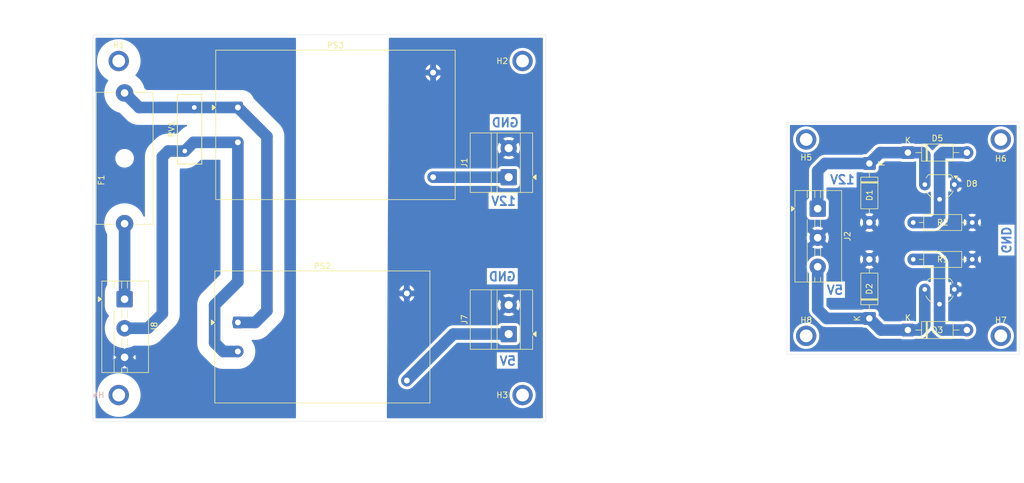
<source format=kicad_pcb>
(kicad_pcb (version 20241229) (generator "pcbnew") (generator_version "9.0")
  (layers (0 "F.Cu" signal) (2 "B.Cu" signal) (13 "F.Paste" user) (15 "B.Paste" user) (5 "F.SilkS" user "F.Silkscreen") (7 "B.SilkS" user "B.Silkscreen") (1 "F.Mask" user) (3 "B.Mask" user) (25 "Edge.Cuts" user))
  (net 0 "")
  (net 1 "+12V")
  (net 2 "GND")
  (net 3 "+5V")
  (net 4 "Net-(PS2-AC{slash}L)")
  (net 5 "Net-(J8-Pin_1)")
  (net 6 "Earth")
  (net 7 "Net-(J8-Pin_2)")
  (net 12 "Net-(D3-A)")
  (net 13 "Net-(D5-A)")
  (footprint "MountingHole:MountingHole_2.2mm_M2_ISO7380_Pad" (layer "F.Cu") (at 189 113)
    (property "Reference" "H7" (at 0 -2.7 0) (layer "F.SilkS"))
    (property "Value" "MountingHole_2.2mm_M2_ISO7380_Pad" (hide yes))
    (pad "1" thru_hole circle (at 0 0) (size 3.5 3.5) (drill 2.2) (layers "*.Cu" "*.Mask"))
  )
  (footprint "Converter_ACDC:Converter_ACDC_Hi-Link_HLK-PMxx" (layer "F.Cu") (at 57.68 110.69)
    (property "Reference" "PS2" (at 14.54 -9.7 0) (layer "F.SilkS"))
    (property "Value" "HLK-PM01")
    (fp_line (start -3.97 -8.86) (end 33.05 -8.86) (stroke (width 0.12)) (layer "F.SilkS"))
    (fp_line (start -3.97 -0.296) (end -3.97 -8.86) (stroke (width 0.12)) (layer "F.SilkS"))
    (fp_line (start -3.97 13.86) (end -3.97 0.296) (stroke (width 0.12)) (layer "F.SilkS"))
    (fp_line (start 33.05 -8.86) (end 33.05 13.86) (stroke (width 0.12)) (layer "F.SilkS"))
    (fp_line (start 33.05 13.86) (end -3.97 13.86) (stroke (width 0.12)) (layer "F.SilkS"))
    (fp_poly (pts (xy -3.97 0) (xy -4.58 0.44) (xy -4.58 -0.44)) (stroke (width 0.12)) (fill yes) (layer "F.SilkS"))
    (pad "1" thru_hole roundrect (at 0 0) (size 1.7 2) (drill 1) (layers "*.Cu" "*.Mask") (roundrect_rratio 0.147059) (net 4 "Net-(PS2-AC{slash}L)"))
    (pad "2" thru_hole oval (at 0 5) (size 1.7 2) (drill 1) (layers "*.Cu" "*.Mask") (net 7 "Net-(J8-Pin_2)"))
    (pad "3" thru_hole oval (at 29.08 -5) (size 1.7 2) (drill 1) (layers "*.Cu" "*.Mask") (net 2 "GND"))
    (pad "4" thru_hole oval (at 29.08 10) (size 1.7 2) (drill 1) (layers "*.Cu" "*.Mask") (net 3 "+5V"))
  )
  (footprint "Diode_THT:D_DO-41_SOD81_P10.16mm_Horizontal" (layer "F.Cu") (at 166.37 110 90)
    (property "Reference" "D2" (at 5.08 0 90) (layer "F.SilkS"))
    (property "Value" "1N4007")
    (fp_line (start 3.38 -1.47) (end 3.38 1.47) (stroke (width 0.12)) (layer "F.SilkS"))
    (fp_line (start 3.26 -1.47) (end 3.26 1.47) (stroke (width 0.12)) (layer "F.SilkS"))
    (fp_line (start 3.14 -1.47) (end 3.14 1.47) (stroke (width 0.12)) (layer "F.SilkS"))
    (fp_line (start 8.82 0) (end 7.8 0) (stroke (width 0.12)) (layer "F.SilkS"))
    (fp_line (start 1.34 0) (end 2.36 0) (stroke (width 0.12)) (layer "F.SilkS"))
    (fp_rect (start 2.36 -1.47) (end 7.8 1.47) (stroke (width 0.12)) (fill no) (layer "F.SilkS"))
    (fp_text user "K" (at 0 -2.1 90) (layer "F.SilkS"))
    (pad "1" thru_hole roundrect (at 0 0 90) (size 2.2 2.2) (drill 1.1) (layers "*.Cu" "*.Mask") (roundrect_rratio 0.113636) (net 3 "+5V"))
    (pad "2" thru_hole circle (at 10.16 0 90) (size 2.2 2.2) (drill 1.1) (layers "*.Cu" "*.Mask") (net 2 "GND"))
  )
  (footprint "Package_TO_SOT_THT:TO-92L_Wide" (layer "F.Cu") (at 181 86.96 180)
    (property "Reference" "D8" (at -3 0.15 0) (layer "F.SilkS"))
    (property "Value" "Q_SCR_KGA")
    (fp_line (start 0.6 1.7) (end 4.45 1.7) (stroke (width 0.12)) (layer "F.SilkS"))
    (fp_arc (start 4.842383 1.112264) (mid 4.666594 1.419753) (end 4.45 1.7) (stroke (width 0.12)) (layer "F.SilkS"))
    (fp_arc (start 3.6 -2.35) (mid 4.351408 -1.834367) (end 4.876463 -1.089513) (stroke (width 0.12)) (layer "F.SilkS"))
    (fp_arc (start 0.6 1.7) (mid 0.389183 1.423933) (end 0.217369 1.122045) (stroke (width 0.12)) (layer "F.SilkS"))
    (fp_arc (start 0.192226 -1.094786) (mid 0.710119 -1.833613) (end 1.45 -2.35) (stroke (width 0.12)) (layer "F.SilkS"))
    (fp_poly (pts (xy -0.25 1.02) (xy 0.09 1.49) (xy -0.59 1.49)) (stroke (width 0.12)) (fill yes) (layer "F.SilkS"))
    (pad "1" thru_hole roundrect (at 0 0 180) (size 1.5 1.5) (drill 0.8) (layers "*.Cu" "*.Mask") (roundrect_rratio 0.1666666667) (net 2 "GND"))
    (pad "2" thru_hole circle (at 2.54 -2.54 180) (size 1.5 1.5) (drill 0.8) (layers "*.Cu" "*.Mask") (net 13 "Net-(D5-A)"))
    (pad "3" thru_hole circle (at 5.08 0 180) (size 1.5 1.5) (drill 0.8) (layers "*.Cu" "*.Mask") (net 1 "+12V"))
  )
  (footprint "Resistor_THT:R_Axial_DIN0207_L6.3mm_D2.5mm_P10.16mm_Horizontal" (layer "F.Cu") (at 173.92 99.84)
    (property "Reference" "R1" (at 5.08 0 0) (layer "F.SilkS"))
    (property "Value" "100")
    (fp_line (start 1.04 0) (end 1.81 0) (stroke (width 0.12)) (layer "F.SilkS"))
    (fp_line (start 9.12 0) (end 8.35 0) (stroke (width 0.12)) (layer "F.SilkS"))
    (fp_rect (start 1.81 -1.37) (end 8.35 1.37) (stroke (width 0.12)) (fill no) (layer "F.SilkS"))
    (pad "1" thru_hole circle (at 0 0) (size 2 2) (drill 0.8) (layers "*.Cu" "*.Mask") (net 12 "Net-(D3-A)"))
    (pad "2" thru_hole circle (at 10.16 0) (size 2 2) (drill 0.8) (layers "*.Cu" "*.Mask") (net 2 "GND"))
  )
  (footprint "TerminalBlock_MetzConnect:TerminalBlock_MetzConnect_Type011_RT05502HBLC_1x02_P5.00mm_Horizontal" (layer "F.Cu") (at 104.2975 85.69 90)
    (property "Reference" "J1" (at 2.5 -7.62 90) (layer "F.SilkS"))
    (property "Value" "Terminal_01x02")
    (fp_line (start 7.62 -6.62) (end 7.62 4.12) (stroke (width 0.12)) (layer "F.SilkS"))
    (fp_line (start -2.62 -6.62) (end 7.62 -6.62) (stroke (width 0.12)) (layer "F.SilkS"))
    (fp_line (start -2.62 -3) (end 7.62 -3) (stroke (width 0.12)) (layer "F.SilkS"))
    (fp_line (start -2.62 -2) (end 7.62 -2) (stroke (width 0.12)) (layer "F.SilkS"))
    (fp_line (start -2.62 2) (end 7.62 2) (stroke (width 0.12)) (layer "F.SilkS"))
    (fp_line (start 7.62 4.12) (end 0.3 4.12) (stroke (width 0.12)) (layer "F.SilkS"))
    (fp_line (start -0.3 4.12) (end -2.62 4.12) (stroke (width 0.12)) (layer "F.SilkS"))
    (fp_line (start -2.62 4.12) (end -2.62 -6.62) (stroke (width 0.12)) (layer "F.SilkS"))
    (fp_poly (pts (xy 0 4.12) (xy 0.44 4.73) (xy -0.44 4.73)) (stroke (width 0.12)) (fill yes) (layer "F.SilkS"))
    (pad "1" thru_hole roundrect (at 0 0 90) (size 2.8 2.8) (drill 1.4) (layers "*.Cu" "*.Mask") (roundrect_rratio 0.089286) (net 1 "+12V"))
    (pad "2" thru_hole circle (at 5 0 90) (size 2.8 2.8) (drill 1.4) (layers "*.Cu" "*.Mask") (net 2 "GND"))
  )
  (footprint "Diode_THT:D_DO-41_SOD81_P10.16mm_Horizontal" (layer "F.Cu") (at 173 112)
    (property "Reference" "D3" (at 5.08 0 0) (layer "F.SilkS"))
    (property "Value" "4.7V")
    (fp_line (start 1.34 0) (end 2.36 0) (stroke (width 0.12)) (layer "F.SilkS"))
    (fp_line (start 3.14 -1.47) (end 3.14 1.47) (stroke (width 0.12)) (layer "F.SilkS"))
    (fp_line (start 3.26 -1.47) (end 3.26 1.47) (stroke (width 0.12)) (layer "F.SilkS"))
    (fp_line (start 3.38 -1.47) (end 3.38 1.47) (stroke (width 0.12)) (layer "F.SilkS"))
    (fp_line (start 8.82 0) (end 7.8 0) (stroke (width 0.12)) (layer "F.SilkS"))
    (fp_rect (start 2.36 -1.47) (end 7.8 1.47) (stroke (width 0.12)) (fill no) (layer "F.SilkS"))
    (fp_text user "K" (at 0 -2.1 0) (layer "F.SilkS"))
    (pad "1" thru_hole roundrect (at 0 0) (size 2.2 2.2) (drill 1.1) (layers "*.Cu" "*.Mask") (roundrect_rratio 0.113636) (net 3 "+5V"))
    (pad "2" thru_hole circle (at 10.16 0) (size 2.2 2.2) (drill 1.1) (layers "*.Cu" "*.Mask") (net 12 "Net-(D3-A)"))
  )
  (footprint "Converter_ACDC:Converter_ACDC_Hi-Link_HLK-5Mxx" (layer "F.Cu") (at 57.68 73.69)
    (property "Reference" "PS3" (at 16.8 -10.7 0) (layer "F.SilkS"))
    (property "Value" "HLK-5M12")
    (fp_line (start -3.81 -9.86) (end 37.41 -9.86) (stroke (width 0.12)) (layer "F.SilkS"))
    (fp_line (start -3.81 -0.296) (end -3.81 -9.86) (stroke (width 0.12)) (layer "F.SilkS"))
    (fp_line (start -3.81 15.86) (end -3.81 0.296) (stroke (width 0.12)) (layer "F.SilkS"))
    (fp_line (start 37.41 -9.86) (end 37.41 15.86) (stroke (width 0.12)) (layer "F.SilkS"))
    (fp_line (start 37.41 15.86) (end -3.81 15.86) (stroke (width 0.12)) (layer "F.SilkS"))
    (fp_poly (pts (xy -3.81 0) (xy -4.42 0.44) (xy -4.42 -0.44)) (stroke (width 0.12)) (fill yes) (layer "F.SilkS"))
    (pad "1" thru_hole roundrect (at 0 0) (size 1.7 2) (drill 1) (layers "*.Cu" "*.Mask") (roundrect_rratio 0.147059) (net 4 "Net-(PS2-AC{slash}L)"))
    (pad "2" thru_hole oval (at 0 6) (size 1.7 2) (drill 1) (layers "*.Cu" "*.Mask") (net 7 "Net-(J8-Pin_2)"))
    (pad "3" thru_hole oval (at 33.6 -6) (size 1.7 2) (drill 1) (layers "*.Cu" "*.Mask") (net 2 "GND"))
    (pad "4" thru_hole oval (at 33.6 12) (size 1.7 2) (drill 1) (layers "*.Cu" "*.Mask") (net 1 "+12V"))
  )
  (footprint "Varistor:RV_Disc_D12mm_W4.2mm_P7.5mm" (layer "F.Cu") (at 50.18 73.69 -90)
    (property "Reference" "RV1" (at 3.75 3.91667 90) (layer "F.SilkS"))
    (property "Value" "Varistor")
    (fp_line (start -2.25 2.91667) (end 9.75 2.91667) (stroke (width 0.15)) (layer "F.SilkS"))
    (fp_line (start -2.25 -1.28333) (end -2.25 2.91667) (stroke (width 0.15)) (layer "F.SilkS"))
    (fp_line (start -2.25 -1.28333) (end 9.75 -1.28333) (stroke (width 0.15)) (layer "F.SilkS"))
    (fp_line (start 9.75 -1.28333) (end 9.75 2.91667) (stroke (width 0.15)) (layer "F.SilkS"))
    (pad "1" thru_hole circle (at 0 0 270) (size 1.8 1.8) (drill 0.8) (layers "*.Cu" "*.Mask") (net 4 "Net-(PS2-AC{slash}L)"))
    (pad "2" thru_hole circle (at 7.5 1.63333 270) (size 1.8 1.8) (drill 0.8) (layers "*.Cu" "*.Mask") (net 7 "Net-(J8-Pin_2)"))
  )
  (footprint "MountingHole:MountingHole_2.2mm_M2_ISO7380_Pad" (layer "F.Cu") (at 189 79.2)
    (property "Reference" "H6" (at 0 3.3 0) (layer "F.SilkS"))
    (property "Value" "MountingHole_2.2mm_M2_ISO7380_Pad" (hide yes))
    (pad "1" thru_hole circle (at 0 0) (size 3.5 3.5) (drill 2.2) (layers "*.Cu" "*.Mask"))
  )
  (footprint "Diode_THT:D_DO-41_SOD81_P10.16mm_Horizontal" (layer "F.Cu") (at 173 81.46)
    (property "Reference" "D5" (at 5.08 -2.47 0) (layer "F.SilkS"))
    (property "Value" "12V")
    (fp_line (start 1.34 0) (end 2.36 0) (stroke (width 0.12)) (layer "F.SilkS"))
    (fp_line (start 3.14 -1.47) (end 3.14 1.47) (stroke (width 0.12)) (layer "F.SilkS"))
    (fp_line (start 3.26 -1.47) (end 3.26 1.47) (stroke (width 0.12)) (layer "F.SilkS"))
    (fp_line (start 3.38 -1.47) (end 3.38 1.47) (stroke (width 0.12)) (layer "F.SilkS"))
    (fp_line (start 8.82 0) (end 7.8 0) (stroke (width 0.12)) (layer "F.SilkS"))
    (fp_rect (start 2.36 -1.47) (end 7.8 1.47) (stroke (width 0.12)) (fill no) (layer "F.SilkS"))
    (fp_text user "K" (at 0 -2.1 0) (layer "F.SilkS"))
    (pad "1" thru_hole roundrect (at 0 0) (size 2.2 2.2) (drill 1.1) (layers "*.Cu" "*.Mask") (roundrect_rratio 0.113636) (net 1 "+12V"))
    (pad "2" thru_hole circle (at 10.16 0) (size 2.2 2.2) (drill 1.1) (layers "*.Cu" "*.Mask") (net 13 "Net-(D5-A)"))
  )
  (footprint "MountingHole:MountingHole_2.2mm_M2_ISO7380_Pad" (layer "F.Cu") (at 155.5 79.2)
    (property "Reference" "H5" (at 0 3.1 0) (layer "F.SilkS"))
    (property "Value" "MountingHole_2.2mm_M2_ISO7380_Pad" (hide yes))
    (pad "1" thru_hole circle (at 0 0) (size 3.5 3.5) (drill 2.2) (layers "*.Cu" "*.Mask"))
  )
  (footprint "MountingHole:MountingHole_2.2mm_M2_ISO7380_Pad" (layer "F.Cu") (at 37.18 65.69)
    (property "Reference" "H1" (at 0 -2.7 0) (layer "F.SilkS"))
    (property "Value" "MountingHole_2.2mm_M2_ISO7380_Pad" (hide yes))
    (pad "1" thru_hole circle (at 0 0) (size 3.5 3.5) (drill 2.2) (layers "*.Cu" "*.Mask"))
  )
  (footprint "TerminalBlock:TerminalBlock_MaiXu_MX126-5.0-03P_1x03_P5.00mm" (layer "F.Cu") (at 38.18 106.69 -90)
    (property "Reference" "J8" (at 4.75 -5.12 90) (layer "F.SilkS"))
    (property "Value" "Terminal_01x03")
    (fp_line (start -3.12 3.92) (end -3.12 -4.12) (stroke (width 0.12)) (layer "F.SilkS"))
    (fp_line (start -0.3 3.92) (end -3.12 3.92) (stroke (width 0.12)) (layer "F.SilkS"))
    (fp_line (start 12.62 3.92) (end 0.3 3.92) (stroke (width 0.12)) (layer "F.SilkS"))
    (fp_line (start -3.12 1.8) (end -1.88 1.8) (stroke (width 0.12)) (layer "F.SilkS"))
    (fp_line (start 1.88 1.8) (end 4.457 1.8) (stroke (width 0.12)) (layer "F.SilkS"))
    (fp_line (start 5.543 1.8) (end 9.457 1.8) (stroke (width 0.12)) (layer "F.SilkS"))
    (fp_line (start 10.543 1.8) (end 12.62 1.8) (stroke (width 0.12)) (layer "F.SilkS"))
    (fp_line (start -3.12 0.5) (end -1.88 0.5) (stroke (width 0.12)) (layer "F.SilkS"))
    (fp_line (start 1.88 0.5) (end 3.188 0.5) (stroke (width 0.12)) (layer "F.SilkS"))
    (fp_line (start 6.812 0.5) (end 8.188 0.5) (stroke (width 0.12)) (layer "F.SilkS"))
    (fp_line (start 11.812 0.5) (end 12.62 0.5) (stroke (width 0.12)) (layer "F.SilkS"))
    (fp_line (start -3.12 -0.5) (end -1.88 -0.5) (stroke (width 0.12)) (layer "F.SilkS"))
    (fp_line (start 1.88 -0.5) (end 3.188 -0.5) (stroke (width 0.12)) (layer "F.SilkS"))
    (fp_line (start 6.812 -0.5) (end 8.188 -0.5) (stroke (width 0.12)) (layer "F.SilkS"))
    (fp_line (start 11.812 -0.5) (end 12.62 -0.5) (stroke (width 0.12)) (layer "F.SilkS"))
    (fp_line (start -3.12 -4.12) (end 12.62 -4.12) (stroke (width 0.12)) (layer "F.SilkS"))
    (fp_line (start 12.62 -4.12) (end 12.62 3.92) (stroke (width 0.12)) (layer "F.SilkS"))
    (fp_poly (pts (xy 0 3.92) (xy 0.44 4.53) (xy -0.44 4.53)) (stroke (width 0.12)) (fill yes) (layer "F.SilkS"))
    (pad "1" thru_hole roundrect (at 0 0 270) (size 2.8 2.8) (drill 1.3) (layers "*.Cu" "*.Mask") (roundrect_rratio 0.089286) (net 5 "Net-(J8-Pin_1)"))
    (pad "2" thru_hole circle (at 5 0 270) (size 2.8 2.8) (drill 1.3) (layers "*.Cu" "*.Mask") (net 7 "Net-(J8-Pin_2)"))
    (pad "3" thru_hole circle (at 10 0 270) (size 2.8 2.8) (drill 1.3) (layers "*.Cu" "*.Mask") (net 6 "Earth"))
  )
  (footprint "Fuse:Fuseholder_Cylinder-5x20mm_Schurter_0031_8201_Horizontal_Open" (layer "F.Cu") (at 38.18 93.69 90)
    (property "Reference" "F1" (at 7.5 -4 90) (layer "F.SilkS"))
    (property "Value" "Fuse")
    (fp_line (start -0.11 -4.91) (end 22.61 -4.91) (stroke (width 0.12)) (layer "F.SilkS"))
    (fp_line (start 22.61 -1.75) (end 22.61 -4.91) (stroke (width 0.12)) (layer "F.SilkS"))
    (fp_line (start -0.11 -1.75) (end -0.11 -4.91) (stroke (width 0.12)) (layer "F.SilkS"))
    (fp_line (start 22.61 4.91) (end 22.61 1.75) (stroke (width 0.12)) (layer "F.SilkS"))
    (fp_line (start -0.11 4.91) (end -0.11 1.75) (stroke (width 0.12)) (layer "F.SilkS"))
    (fp_line (start -0.11 4.91) (end 22.61 4.91) (stroke (width 0.12)) (layer "F.SilkS"))
    (pad "" np_thru_hole circle (at 11.25 0 90) (size 2.7 2.7) (drill 2.7) (layers "*.Cu" "*.Mask"))
    (pad "1" thru_hole circle (at 0 0 90) (size 3 3) (drill 1.3) (layers "*.Cu" "*.Mask") (net 5 "Net-(J8-Pin_1)"))
    (pad "2" thru_hole circle (at 22.5 0 90) (size 3 3) (drill 1.3) (layers "*.Cu" "*.Mask") (net 4 "Net-(PS2-AC{slash}L)"))
  )
  (footprint "TerminalBlock:TerminalBlock_MaiXu_MX126-5.0-03P_1x03_P5.00mm" (layer "F.Cu") (at 157.48 91.11 -90)
    (property "Reference" "J2" (at 4.75 -5.12 90) (layer "F.SilkS"))
    (property "Value" "01x03")
    (fp_line (start -3.12 3.92) (end -3.12 -4.12) (stroke (width 0.12)) (layer "F.SilkS"))
    (fp_line (start -0.3 3.92) (end -3.12 3.92) (stroke (width 0.12)) (layer "F.SilkS"))
    (fp_line (start 12.62 3.92) (end 0.3 3.92) (stroke (width 0.12)) (layer "F.SilkS"))
    (fp_line (start -3.12 1.8) (end -1.88 1.8) (stroke (width 0.12)) (layer "F.SilkS"))
    (fp_line (start 1.88 1.8) (end 4.457 1.8) (stroke (width 0.12)) (layer "F.SilkS"))
    (fp_line (start 5.543 1.8) (end 9.457 1.8) (stroke (width 0.12)) (layer "F.SilkS"))
    (fp_line (start 10.543 1.8) (end 12.62 1.8) (stroke (width 0.12)) (layer "F.SilkS"))
    (fp_line (start -3.12 0.5) (end -1.88 0.5) (stroke (width 0.12)) (layer "F.SilkS"))
    (fp_line (start 1.88 0.5) (end 3.188 0.5) (stroke (width 0.12)) (layer "F.SilkS"))
    (fp_line (start 6.812 0.5) (end 8.188 0.5) (stroke (width 0.12)) (layer "F.SilkS"))
    (fp_line (start 11.812 0.5) (end 12.62 0.5) (stroke (width 0.12)) (layer "F.SilkS"))
    (fp_line (start -3.12 -0.5) (end -1.88 -0.5) (stroke (width 0.12)) (layer "F.SilkS"))
    (fp_line (start 1.88 -0.5) (end 3.188 -0.5) (stroke (width 0.12)) (layer "F.SilkS"))
    (fp_line (start 6.812 -0.5) (end 8.188 -0.5) (stroke (width 0.12)) (layer "F.SilkS"))
    (fp_line (start 11.812 -0.5) (end 12.62 -0.5) (stroke (width 0.12)) (layer "F.SilkS"))
    (fp_line (start -3.12 -4.12) (end 12.62 -4.12) (stroke (width 0.12)) (layer "F.SilkS"))
    (fp_line (start 12.62 -4.12) (end 12.62 3.92) (stroke (width 0.12)) (layer "F.SilkS"))
    (fp_poly (pts (xy 0 3.92) (xy 0.44 4.53) (xy -0.44 4.53)) (stroke (width 0.12)) (fill yes) (layer "F.SilkS"))
    (pad "1" thru_hole roundrect (at 0 0 270) (size 2.8 2.8) (drill 1.3) (layers "*.Cu" "*.Mask") (roundrect_rratio 0.089286) (net 1 "+12V"))
    (pad "2" thru_hole circle (at 5 0 270) (size 2.8 2.8) (drill 1.3) (layers "*.Cu" "*.Mask") (net 2 "GND"))
    (pad "3" thru_hole circle (at 10 0 270) (size 2.8 2.8) (drill 1.3) (layers "*.Cu" "*.Mask") (net 3 "+5V"))
  )
  (footprint "Resistor_THT:R_Axial_DIN0207_L6.3mm_D2.5mm_P10.16mm_Horizontal" (layer "F.Cu") (at 173.92 93.49)
    (property "Reference" "R2" (at 5.08 0 0) (layer "F.SilkS"))
    (property "Value" "100")
    (fp_line (start 1.04 0) (end 1.81 0) (stroke (width 0.12)) (layer "F.SilkS"))
    (fp_line (start 9.12 0) (end 8.35 0) (stroke (width 0.12)) (layer "F.SilkS"))
    (fp_rect (start 1.81 -1.37) (end 8.35 1.37) (stroke (width 0.12)) (fill no) (layer "F.SilkS"))
    (pad "1" thru_hole circle (at 0 0) (size 2 2) (drill 0.8) (layers "*.Cu" "*.Mask") (net 13 "Net-(D5-A)"))
    (pad "2" thru_hole circle (at 10.16 0) (size 2 2) (drill 0.8) (layers "*.Cu" "*.Mask") (net 2 "GND"))
  )
  (footprint "TerminalBlock_MetzConnect:TerminalBlock_MetzConnect_Type011_RT05502HBLC_1x02_P5.00mm_Horizontal" (layer "F.Cu") (at 104.2975 112.69 90)
    (property "Reference" "J7" (at 2.5 -7.62 90) (layer "F.SilkS"))
    (property "Value" "Terminal_01x02")
    (fp_line (start 7.62 -6.62) (end 7.62 4.12) (stroke (width 0.12)) (layer "F.SilkS"))
    (fp_line (start -2.62 -6.62) (end 7.62 -6.62) (stroke (width 0.12)) (layer "F.SilkS"))
    (fp_line (start -2.62 -3) (end 7.62 -3) (stroke (width 0.12)) (layer "F.SilkS"))
    (fp_line (start -2.62 -2) (end 7.62 -2) (stroke (width 0.12)) (layer "F.SilkS"))
    (fp_line (start -2.62 2) (end 7.62 2) (stroke (width 0.12)) (layer "F.SilkS"))
    (fp_line (start 7.62 4.12) (end 0.3 4.12) (stroke (width 0.12)) (layer "F.SilkS"))
    (fp_line (start -0.3 4.12) (end -2.62 4.12) (stroke (width 0.12)) (layer "F.SilkS"))
    (fp_line (start -2.62 4.12) (end -2.62 -6.62) (stroke (width 0.12)) (layer "F.SilkS"))
    (fp_poly (pts (xy 0 4.12) (xy 0.44 4.73) (xy -0.44 4.73)) (stroke (width 0.12)) (fill yes) (layer "F.SilkS"))
    (pad "1" thru_hole roundrect (at 0 0 90) (size 2.8 2.8) (drill 1.4) (layers "*.Cu" "*.Mask") (roundrect_rratio 0.089286) (net 3 "+5V"))
    (pad "2" thru_hole circle (at 5 0 90) (size 2.8 2.8) (drill 1.4) (layers "*.Cu" "*.Mask") (net 2 "GND"))
  )
  (footprint "MountingHole:MountingHole_2.2mm_M2_ISO7380_Pad" (layer "F.Cu") (at 155.5 113)
    (property "Reference" "H8" (at 0 -2.7 0) (layer "F.SilkS"))
    (property "Value" "MountingHole_2.2mm_M2_ISO7380_Pad" (hide yes))
    (pad "1" thru_hole circle (at 0 0) (size 3.5 3.5) (drill 2.2) (layers "*.Cu" "*.Mask"))
  )
  (footprint "Diode_THT:D_DO-41_SOD81_P10.16mm_Horizontal" (layer "F.Cu") (at 166.37 83.33 -90)
    (property "Reference" "D1" (at 5.47 -0.03 90) (layer "F.SilkS"))
    (property "Value" "1N4007")
    (fp_line (start 1.34 0) (end 2.36 0) (stroke (width 0.12)) (layer "F.SilkS"))
    (fp_line (start 8.82 0) (end 7.8 0) (stroke (width 0.12)) (layer "F.SilkS"))
    (fp_line (start 3.14 -1.47) (end 3.14 1.47) (stroke (width 0.12)) (layer "F.SilkS"))
    (fp_line (start 3.26 -1.47) (end 3.26 1.47) (stroke (width 0.12)) (layer "F.SilkS"))
    (fp_line (start 3.38 -1.47) (end 3.38 1.47) (stroke (width 0.12)) (layer "F.SilkS"))
    (fp_rect (start 2.36 -1.47) (end 7.8 1.47) (stroke (width 0.12)) (fill no) (layer "F.SilkS"))
    (fp_text user "K" (at 0 -2.1 90) (layer "F.SilkS"))
    (pad "1" thru_hole roundrect (at 0 0 270) (size 2.2 2.2) (drill 1.1) (layers "*.Cu" "*.Mask") (roundrect_rratio 0.113636) (net 1 "+12V"))
    (pad "2" thru_hole circle (at 10.16 0 270) (size 2.2 2.2) (drill 1.1) (layers "*.Cu" "*.Mask") (net 2 "GND"))
  )
  (footprint "MountingHole:MountingHole_2.2mm_M2_ISO7380_Pad" (layer "F.Cu") (at 106.68 123.19)
    (property "Reference" "H3" (at -3.5 0 0) (layer "F.SilkS"))
    (property "Value" "MountingHole_2.2mm_M2_ISO7380_Pad" (hide yes))
    (pad "1" thru_hole circle (at 0 0) (size 3.5 3.5) (drill 2.2) (layers "*.Cu" "*.Mask"))
  )
  (footprint "MountingHole:MountingHole_2.2mm_M2_ISO7380_Pad" (layer "F.Cu") (at 106.68 65.69)
    (property "Reference" "H2" (at -3.5 0 0) (layer "F.SilkS"))
    (property "Value" "MountingHole_2.2mm_M2_ISO7380_Pad" (hide yes))
    (pad "1" thru_hole circle (at 0 0) (size 3.5 3.5) (drill 2.2) (layers "*.Cu" "*.Mask"))
  )
  (footprint "Package_TO_SOT_THT:TO-92_Wide" (layer "F.Cu") (at 180.99 105 180)
    (property "Reference" "D7" (hide yes))
    (property "Value" "Q_SCR_KGA")
    (fp_line (start 0.74 1.85) (end 4.34 1.85) (stroke (width 0.12)) (layer "F.SilkS"))
    (fp_arc (start 4.864184 1.122795) (mid 4.633903 1.509328) (end 4.34 1.85) (stroke (width 0.12)) (layer "F.SilkS"))
    (fp_arc (start 3.65 -2.35) (mid 4.382279 -1.833196) (end 4.895458 -1.098371) (stroke (width 0.12)) (layer "F.SilkS"))
    (fp_arc (start 0.74 1.85) (mid 0.446097 1.509328) (end 0.215816 1.122795) (stroke (width 0.12)) (layer "F.SilkS"))
    (fp_arc (start 0.172801 -1.103842) (mid 0.678995 -1.832692) (end 1.4 -2.35) (stroke (width 0.12)) (layer "F.SilkS"))
    (pad "1" thru_hole rect (at 0 0 180) (size 1.5 1.5) (drill 0.8) (layers "*.Cu" "*.Mask") (net 2 "GND"))
    (pad "2" thru_hole circle (at 2.54 -2.54 180) (size 1.5 1.5) (drill 0.8) (layers "*.Cu" "*.Mask") (net 12 "Net-(D3-A)"))
    (pad "3" thru_hole circle (at 5.08 0 180) (size 1.5 1.5) (drill 0.8) (layers "*.Cu" "*.Mask") (net 3 "+5V"))
  )
  (footprint "MountingHole:MountingHole_2.2mm_M2_ISO7380_Pad" (layer "B.Cu") (at 37.18 123.19 180)
    (property "Reference" "H4" (at 3.5 0 0) (layer "B.SilkS") (effects (justify mirror)))
    (property "Value" "MountingHole_2.2mm_M2_ISO7380_Pad" (hide yes))
    (pad "1" thru_hole circle (at 0 0 180) (size 3.5 3.5) (drill 2.2) (layers "*.Cu" "*.Mask"))
  )
  (gr_rect (start 152.2 76.2) (end 192.22 116.2) (stroke (width 0.05)) (fill no) (layer "Edge.Cuts"))
  (gr_rect (start 32.68 61.19) (end 110.68 127.69) (stroke (width 0.05)) (fill no) (layer "Edge.Cuts"))
  (gr_text "12V" (at 164 87 0) (layer "B.Cu") (effects (font (size 1.5 1.5) (thickness 0.3) (bold yes)) (justify left bottom mirror)))
  (gr_text "GND\n" (at 105.68 103.69 0) (layer "B.Cu") (effects (font (size 1.5 1.5) (thickness 0.3) (bold yes)) (justify left bottom mirror)))
  (gr_text "GND" (at 189 99 270) (layer "B.Cu") (effects (font (size 1.5 1.5) (thickness 0.3) (bold yes)) (justify left bottom mirror)))
  (gr_text "5V" (at 162 106 0) (layer "B.Cu") (effects (font (size 1.5 1.5) (thickness 0.3) (bold yes)) (justify left bottom mirror)))
  (gr_text "GND\n" (at 106.18 77.19 0) (layer "B.Cu") (effects (font (size 1.5 1.5) (thickness 0.3) (bold yes)) (justify left bottom mirror)))
  (gr_text "12V" (at 105.68 90.69 0) (layer "B.Cu") (effects (font (size 1.5 1.5) (thickness 0.3) (bold yes)) (justify left bottom mirror)))
  (gr_text "5V" (at 105.68 118.19 0) (layer "B.Cu") (effects (font (size 1.5 1.5) (thickness 0.3) (bold yes)) (justify left bottom mirror)))
  (segment (start 173 81.46) (end 175.46 81.46) (width 2) (layer "B.Cu") (net 1))
  (segment (start 175.92 86.96) (end 175.92 81.92) (width 2) (layer "B.Cu") (net 1))
  (segment (start 104.2975 85.69) (end 91.28 85.69) (width 2) (layer "B.Cu") (net 1))
  (segment (start 158.75 83.33) (end 157.48 84.6) (width 2) (layer "B.Cu") (net 1))
  (segment (start 166.37 83.33) (end 158.75 83.33) (width 2) (layer "B.Cu") (net 1))
  (segment (start 173 81.46) (end 168.24 81.46) (width 2) (layer "B.Cu") (net 1))
  (segment (start 168.24 81.46) (end 166.37 83.33) (width 2) (layer "B.Cu") (net 1))
  (segment (start 175.92 81.92) (end 175.46 81.46) (width 2) (layer "B.Cu") (net 1))
  (segment (start 157.48 84.6) (end 157.48 91.11) (width 2) (layer "B.Cu") (net 1))
  (segment (start 173 112) (end 168.37 112) (width 2) (layer "B.Cu") (net 3))
  (segment (start 175.91 111.09) (end 175 112) (width 2) (layer "B.Cu") (net 3))
  (segment (start 175.91 105) (end 175.91 111.09) (width 2) (layer "B.Cu") (net 3))
  (segment (start 175 112) (end 173 112) (width 2) (layer "B.Cu") (net 3))
  (segment (start 168.37 112) (end 166.37 110) (width 2) (layer "B.Cu") (net 3))
  (segment (start 94.76 112.69) (end 86.76 120.69) (width 2) (layer "B.Cu") (net 3))
  (segment (start 159 110) (end 157.48 108.48) (width 2) (layer "B.Cu") (net 3))
  (segment (start 166.37 110) (end 159 110) (width 2) (layer "B.Cu") (net 3))
  (segment (start 104.2975 112.69) (end 94.76 112.69) (width 2) (layer "B.Cu") (net 3))
  (segment (start 157.48 108.48) (end 157.48 101.11) (width 2) (layer "B.Cu") (net 3))
  (segment (start 57.68 73.69) (end 50.18 73.69) (width 2) (layer "B.Cu") (net 4))
  (segment (start 60.68 110.69) (end 62.68 108.69) (width 2) (layer "B.Cu") (net 4))
  (segment (start 50.18 73.69) (end 40.68 73.69) (width 2) (layer "B.Cu") (net 4))
  (segment (start 40.68 73.69) (end 38.18 71.19) (width 2) (layer "B.Cu") (net 4))
  (segment (start 62.68 108.69) (end 62.68 78.69) (width 2) (layer "B.Cu") (net 4))
  (segment (start 62.68 78.69) (end 57.68 73.69) (width 2) (layer "B.Cu") (net 4))
  (segment (start 57.68 110.69) (end 60.68 110.69) (width 2) (layer "B.Cu") (net 4))
  (segment (start 38.18 106.69) (end 38.18 93.69) (width 2) (layer "B.Cu") (net 5))
  (segment (start 57.68 79.69) (end 50.04667 79.69) (width 2) (layer "B.Cu") (net 7))
  (segment (start 57.68 115.69) (end 55.18 115.69) (width 2) (layer "B.Cu") (net 7))
  (segment (start 53.68 114.19) (end 53.68 107.69) (width 2) (layer "B.Cu") (net 7))
  (segment (start 48.54667 81.19) (end 45.68 81.19) (width 2) (layer "B.Cu") (net 7))
  (segment (start 44.68 109.19) (end 42.18 111.69) (width 2) (layer "B.Cu") (net 7))
  (segment (start 44.68 82.19) (end 44.68 109.19) (width 2) (layer "B.Cu") (net 7))
  (segment (start 42.18 111.69) (end 38.18 111.69) (width 2) (layer "B.Cu") (net 7))
  (segment (start 50.04667 79.69) (end 48.54667 81.19) (width 2) (layer "B.Cu") (net 7))
  (segment (start 57.68 103.69) (end 57.68 79.69) (width 2) (layer "B.Cu") (net 7))
  (segment (start 53.68 107.69) (end 57.68 103.69) (width 2) (layer "B.Cu") (net 7))
  (segment (start 55.18 115.69) (end 53.68 114.19) (width 2) (layer "B.Cu") (net 7))
  (segment (start 45.68 81.19) (end 44.68 82.19) (width 2) (layer "B.Cu") (net 7))
  (segment (start 178.45 108.54) (end 178.45 111.45) (width 2) (layer "B.Cu") (net 12))
  (segment (start 178.45 111.45) (end 179 112) (width 2) (layer "B.Cu") (net 12))
  (segment (start 177.84 99.84) (end 178.45 100.45) (width 2) (layer "B.Cu") (net 12))
  (segment (start 173.92 99.84) (end 177.84 99.84) (width 2) (layer "B.Cu") (net 12))
  (segment (start 178.45 108.54) (end 178.45 100.45) (width 2) (layer "B.Cu") (net 12))
  (segment (start 179 112) (end 183.16 112) (width 2) (layer "B.Cu") (net 12))
  (segment (start 179 81.46) (end 183.16 81.46) (width 2) (layer "B.Cu") (net 13))
  (segment (start 178.46 92.54) (end 177.51 93.49) (width 2) (layer "B.Cu") (net 13))
  (segment (start 178.46 89.5) (end 178.46 82) (width 2) (layer "B.Cu") (net 13))
  (segment (start 177.51 93.49) (end 173.92 93.49) (width 2) (layer "B.Cu") (net 13))
  (segment (start 178.46 92.54) (end 178.46 89.5) (width 2) (layer "B.Cu") (net 13))
  (segment (start 178.46 82) (end 179 81.46) (width 2) (layer "B.Cu") (net 13))
  (zone (net 2) (net_name "GND") (layer "B.Cu") (priority 2) (connect_pads (clearance 0.5)) (min_thickness 0.25) (fill yes (thermal_gap 0.5) (thermal_bridge_width 1))
    (polygon (pts (xy 151 75) (xy 193 75) (xy 193 117) (xy 151 117)))
  )
  (zone (net 2) (net_name "GND") (layer "B.Cu") (priority 1) (connect_pads (clearance 0.5)) (min_thickness 0.25) (fill yes (thermal_gap 0.5) (thermal_bridge_width 1))
    (polygon (pts (xy 83.3175 127.69) (xy 83.682726 60.69) (xy 111.3175 60.69) (xy 111.3175 127.69)))
  )
  (zone (net 6) (net_name "Earth") (layer "B.Cu") (connect_pads (clearance 2)) (min_thickness 0.25) (fill yes (thermal_gap 0.5) (thermal_bridge_width 2))
    (polygon (pts (xy 67.68 60.69) (xy 32.68 60.69) (xy 32.68 127.69) (xy 67.68 127.69)))
  )
)
</source>
